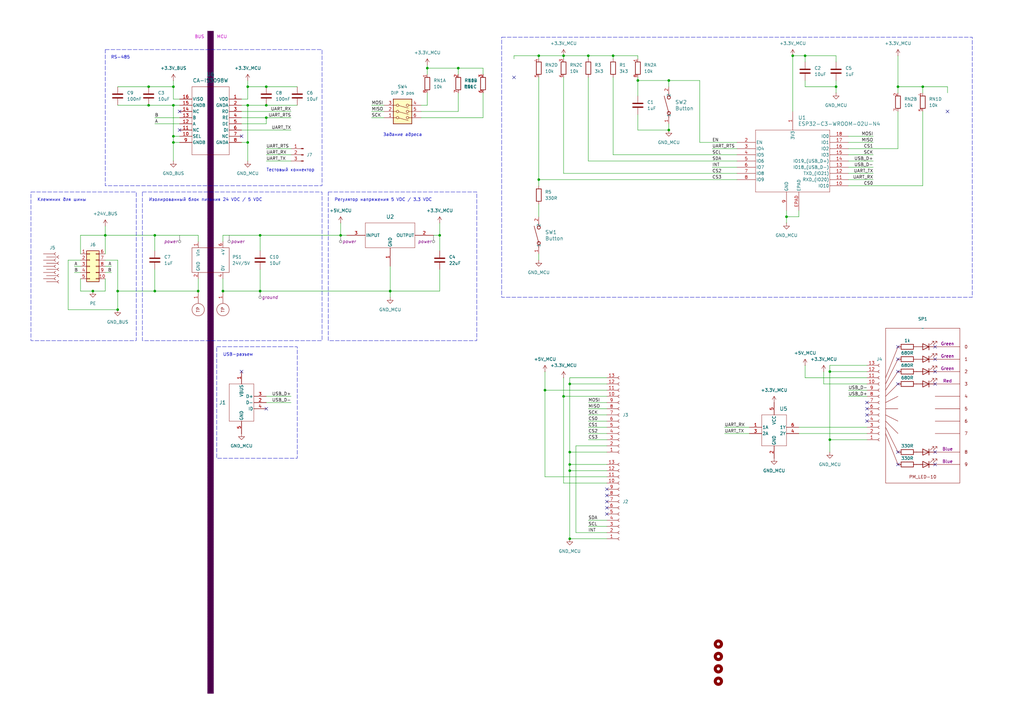
<source format=kicad_sch>
(kicad_sch (version 20250114) (generator "eeschema") (generator_version "9.0")
  (paper "A3")
  (title_block (title "${article} v${version}"))
  (rectangle (start 12.7 78.74) (end 55.88 139.7) (stroke (width 0) (type dash)))
  (rectangle (start 88.9 142.24) (end 121.92 187.96) (stroke (width 0) (type dash)))
  (rectangle (start 205.74 15.24) (end 398.78 121.92) (stroke (width 0) (type dash)))
  (rectangle (start 134.62 78.74) (end 195.58 139.7) (stroke (width 0) (type dash)))
  (rectangle (start 43.18 20.32) (end 132.08 76.2) (stroke (width 0) (type dash)))
  (rectangle (start 58.42 78.74) (end 132.08 139.7) (stroke (width 0) (type dash)))
  (rectangle (start 85.09 12.7) (end 87.63 284.48) (stroke (width 0) (type dot) (color 72 0 72 1)) (fill (type color) (color 72 0 72 1)))
  (text "USB-разъем" (at 91.44 144.78 0) (effects (font (size 1.27 1.27)) (justify left top)))
  (text "Задание адреса" (at 165.1 55.372 0) (effects (font (size 1.27 1.27))))
  (text "RS-485" (at 53.34 22.86 0) (effects (font (size 1.27 1.27)) (justify right top)))
  (text "Регулятор напряжения 5 VDC / 3.3 VDC" (at 137.16 81.28 0) (effects (font (size 1.27 1.27)) (justify left top)))
  (text "Изолированный блок питания 24 VDC / 5 VDC" (at 60.96 81.28 0) (effects (font (size 1.27 1.27)) (justify left top)))
  (text "Тестовый коннектор" (at 129.032 69.088 0) (effects (font (size 1.27 1.27)) (justify right top)))
  (text "MCU" (at 88.9 15.24 0) (effects (font (size 1.27 1.27)) (justify left)))
  (text "BUS" (at 83.82 15.24 0) (effects (font (size 1.27 1.27)) (justify right)))
  (text "Клеммник для шины" (at 15.24 81.28 0) (effects (font (size 1.27 1.27)) (justify left top)))
  (junction (at 342.9 35.56))
  (junction (at 322.58 88.9))
  (junction (at 231.14 22.86))
  (junction (at 233.68 157.48))
  (junction (at 106.68 96.52))
  (junction (at 340.36 152.4))
  (junction (at 368.3 35.56))
  (junction (at 109.22 43.18))
  (junction (at 233.68 190.5))
  (junction (at 378.46 35.56))
  (junction (at 60.96 43.18))
  (junction (at 274.32 33.02))
  (junction (at 261.62 33.02))
  (junction (at 187.96 27.94))
  (junction (at 330.2 22.86))
  (junction (at 160.02 119.38))
  (junction (at 220.98 73.66))
  (junction (at 101.6 43.18))
  (junction (at 251.46 22.86))
  (junction (at 81.28 119.38))
  (junction (at 109.22 48.26))
  (junction (at 233.68 220.98))
  (junction (at 106.68 119.38))
  (junction (at 71.12 55.88))
  (junction (at 71.12 43.18))
  (junction (at 60.96 35.56))
  (junction (at 101.6 35.56))
  (junction (at 91.44 119.38))
  (junction (at 231.14 162.56))
  (junction (at 71.12 35.56))
  (junction (at 223.52 160.02))
  (junction (at 43.18 96.52))
  (junction (at 175.26 27.94))
  (junction (at 340.36 180.34))
  (junction (at 48.26 119.38))
  (junction (at 274.32 53.34))
  (junction (at 233.68 193.04))
  (junction (at 139.7 96.52))
  (junction (at 241.3 22.86))
  (junction (at 325.12 22.86))
  (junction (at 63.5 119.38))
  (junction (at 63.5 96.52))
  (junction (at 233.68 185.42))
  (junction (at 220.98 22.86))
  (junction (at 71.12 58.42))
  (junction (at 38.1 119.38))
  (junction (at 48.26 127))
  (junction (at 109.22 35.56))
  (junction (at 180.34 96.52))
  (junction (at 101.6 58.42))
  (no_connect (at 368.3 190.5))
  (no_connect (at 248.92 208.28))
  (no_connect (at 368.3 147.32))
  (no_connect (at 388.62 45.72))
  (no_connect (at 368.3 152.4))
  (no_connect (at 368.3 157.48))
  (no_connect (at 248.92 203.2))
  (no_connect (at 248.92 210.82))
  (no_connect (at 383.54 147.32))
  (no_connect (at 383.54 185.42))
  (no_connect (at 383.54 152.4))
  (no_connect (at 383.54 157.48))
  (no_connect (at 368.3 142.24))
  (no_connect (at 99.06 152.4))
  (no_connect (at 368.3 185.42))
  (no_connect (at 383.54 142.24))
  (no_connect (at 355.6 170.18))
  (no_connect (at 383.54 190.5))
  (no_connect (at 355.6 167.64))
  (no_connect (at 210.82 31.75))
  (no_connect (at 73.66 45.72))
  (no_connect (at 355.6 172.72))
  (no_connect (at 99.06 55.88))
  (no_connect (at 248.92 205.74))
  (no_connect (at 73.66 53.34))
  (no_connect (at 248.92 200.66))
  (no_connect (at 355.6 165.1))
  (no_connect (at 109.22 167.64))
  (wire (pts (xy 231.14 162.56) (xy 248.92 162.56)))
  (wire (pts (xy 337.82 152.4) (xy 337.82 157.48)))
  (wire (pts (xy 340.36 152.4) (xy 355.6 152.4)))
  (wire (pts (xy 43.18 96.52) (xy 63.5 96.52)))
  (wire (pts (xy 43.18 119.38) (xy 43.18 114.3)))
  (wire (pts (xy 33.02 114.3) (xy 33.02 119.38)))
  (wire (pts (xy 322.58 88.9) (xy 322.58 91.44)))
  (wire (pts (xy 388.62 35.56) (xy 388.62 38.1)))
  (wire (pts (xy 43.18 111.76) (xy 45.72 111.76)))
  (wire (pts (xy 327.66 86.36) (xy 327.66 88.9)))
  (wire (pts (xy 261.62 22.86) (xy 261.62 24.13)))
  (wire (pts (xy 152.4 48.26) (xy 157.48 48.26)))
  (wire (pts (xy 101.6 43.18) (xy 109.22 43.18)))
  (wire (pts (xy 223.52 160.02) (xy 223.52 195.58)))
  (wire (pts (xy 241.3 172.72) (xy 248.92 172.72)))
  (wire (pts (xy 198.12 27.94) (xy 187.96 27.94)))
  (wire (pts (xy 160.02 119.38) (xy 160.02 109.22)))
  (wire (pts (xy 48.26 119.38) (xy 63.5 119.38)))
  (wire (pts (xy 109.22 48.26) (xy 119.38 48.26)))
  (wire (pts (xy 251.46 31.75) (xy 251.46 63.5)))
  (wire (pts (xy 106.68 96.52) (xy 139.7 96.52)))
  (wire (pts (xy 172.72 43.18) (xy 175.26 43.18)))
  (wire (pts (xy 71.12 40.64) (xy 71.12 35.56)))
  (wire (pts (xy 274.32 33.02) (xy 274.32 35.56)))
  (wire (pts (xy 327.66 177.8) (xy 355.6 177.8)))
  (wire (pts (xy 368.3 35.56) (xy 368.3 38.1)))
  (wire (pts (xy 261.62 33.02) (xy 261.62 39.37)))
  (wire (pts (xy 261.62 53.34) (xy 274.32 53.34)))
  (wire (pts (xy 347.98 76.2) (xy 378.46 76.2)))
  (wire (pts (xy 99.06 45.72) (xy 119.38 45.72)))
  (wire (pts (xy 330.2 33.02) (xy 330.2 35.56)))
  (wire (pts (xy 347.98 160.02) (xy 355.6 160.02)))
  (wire (pts (xy 347.98 71.12) (xy 358.14 71.12)))
  (wire (pts (xy 233.68 185.42) (xy 233.68 190.5)))
  (wire (pts (xy 327.66 175.26) (xy 355.6 175.26)))
  (wire (pts (xy 368.3 45.72) (xy 368.3 60.96)))
  (wire (pts (xy 330.2 149.86) (xy 330.2 154.94)))
  (wire (pts (xy 241.3 31.75) (xy 241.3 66.04)))
  (wire (pts (xy 231.14 198.12) (xy 248.92 198.12)))
  (wire (pts (xy 101.6 40.64) (xy 99.06 40.64)))
  (wire (pts (xy 63.5 110.49) (xy 63.5 119.38)))
  (wire (pts (xy 340.36 149.86) (xy 340.36 152.4)))
  (wire (pts (xy 109.22 60.96) (xy 119.38 60.96)))
  (wire (pts (xy 73.66 43.18) (xy 71.12 43.18)))
  (wire (pts (xy 187.96 27.94) (xy 175.26 27.94)))
  (wire (pts (xy 109.22 63.5) (xy 119.38 63.5)))
  (wire (pts (xy 241.3 170.18) (xy 248.92 170.18)))
  (wire (pts (xy 99.06 53.34) (xy 119.38 53.34)))
  (wire (pts (xy 63.5 102.87) (xy 63.5 96.52)))
  (wire (pts (xy 106.68 110.49) (xy 106.68 119.38)))
  (wire (pts (xy 220.98 83.82) (xy 220.98 88.9)))
  (wire (pts (xy 81.28 114.3) (xy 81.28 119.38)))
  (wire (pts (xy 109.22 66.04) (xy 119.38 66.04)))
  (wire (pts (xy 220.98 22.86) (xy 231.14 22.86)))
  (wire (pts (xy 210.82 24.13) (xy 210.82 22.86)))
  (wire (pts (xy 91.44 119.38) (xy 106.68 119.38)))
  (wire (pts (xy 101.6 35.56) (xy 109.22 35.56)))
  (wire (pts (xy 261.62 31.75) (xy 261.62 33.02)))
  (wire (pts (xy 248.92 185.42) (xy 233.68 185.42)))
  (wire (pts (xy 30.48 109.22) (xy 33.02 109.22)))
  (wire (pts (xy 48.26 35.56) (xy 60.96 35.56)))
  (wire (pts (xy 220.98 24.13) (xy 220.98 22.86)))
  (wire (pts (xy 251.46 63.5) (xy 302.26 63.5)))
  (wire (pts (xy 109.22 165.1) (xy 119.38 165.1)))
  (wire (pts (xy 71.12 40.64) (xy 73.66 40.64)))
  (wire (pts (xy 241.3 175.26) (xy 248.92 175.26)))
  (wire (pts (xy 231.14 22.86) (xy 241.3 22.86)))
  (wire (pts (xy 109.22 162.56) (xy 119.38 162.56)))
  (wire (pts (xy 91.44 99.06) (xy 91.44 96.52)))
  (wire (pts (xy 325.12 22.86) (xy 325.12 45.72)))
  (wire (pts (xy 160.02 121.92) (xy 160.02 119.38)))
  (wire (pts (xy 330.2 35.56) (xy 342.9 35.56)))
  (wire (pts (xy 101.6 33.02) (xy 101.6 35.56)))
  (wire (pts (xy 274.32 33.02) (xy 287.02 33.02)))
  (wire (pts (xy 63.5 50.8) (xy 73.66 50.8)))
  (wire (pts (xy 220.98 104.14) (xy 220.98 106.68)))
  (wire (pts (xy 220.98 73.66) (xy 220.98 31.75)))
  (wire (pts (xy 233.68 193.04) (xy 248.92 193.04)))
  (wire (pts (xy 223.52 152.4) (xy 223.52 160.02)))
  (wire (pts (xy 231.14 31.75) (xy 231.14 71.12)))
  (wire (pts (xy 71.12 58.42) (xy 73.66 58.42)))
  (wire (pts (xy 48.26 106.68) (xy 48.26 119.38)))
  (wire (pts (xy 109.22 43.18) (xy 121.92 43.18)))
  (wire (pts (xy 27.94 106.68) (xy 27.94 127)))
  (wire (pts (xy 180.34 96.52) (xy 180.34 102.87)))
  (wire (pts (xy 63.5 119.38) (xy 81.28 119.38)))
  (wire (pts (xy 33.02 119.38) (xy 38.1 119.38)))
  (wire (pts (xy 99.06 50.8) (xy 109.22 50.8)))
  (wire (pts (xy 322.58 86.36) (xy 322.58 88.9)))
  (wire (pts (xy 325.12 22.86) (xy 330.2 22.86)))
  (wire (pts (xy 342.9 22.86) (xy 342.9 25.4)))
  (wire (pts (xy 91.44 96.52) (xy 106.68 96.52)))
  (wire (pts (xy 106.68 119.38) (xy 160.02 119.38)))
  (wire (pts (xy 355.6 180.34) (xy 340.36 180.34)))
  (wire (pts (xy 48.26 43.18) (xy 60.96 43.18)))
  (wire (pts (xy 223.52 160.02) (xy 248.92 160.02)))
  (wire (pts (xy 180.34 119.38) (xy 160.02 119.38)))
  (wire (pts (xy 101.6 43.18) (xy 101.6 58.42)))
  (wire (pts (xy 43.18 104.14) (xy 43.18 96.52)))
  (wire (pts (xy 99.06 43.18) (xy 101.6 43.18)))
  (wire (pts (xy 43.18 92.71) (xy 43.18 96.52)))
  (wire (pts (xy 198.12 48.26) (xy 198.12 38.1)))
  (wire (pts (xy 347.98 55.88) (xy 358.14 55.88)))
  (wire (pts (xy 330.2 22.86) (xy 342.9 22.86)))
  (wire (pts (xy 220.98 73.66) (xy 220.98 76.2)))
  (wire (pts (xy 274.32 50.8) (xy 274.32 53.34)))
  (wire (pts (xy 71.12 55.88) (xy 71.12 58.42)))
  (wire (pts (xy 241.3 180.34) (xy 248.92 180.34)))
  (wire (pts (xy 378.46 35.56) (xy 388.62 35.56)))
  (wire (pts (xy 175.26 38.1) (xy 175.26 43.18)))
  (wire (pts (xy 342.9 35.56) (xy 342.9 38.1)))
  (wire (pts (xy 322.58 88.9) (xy 327.66 88.9)))
  (wire (pts (xy 330.2 154.94) (xy 355.6 154.94)))
  (wire (pts (xy 33.02 104.14) (xy 33.02 96.52)))
  (wire (pts (xy 287.02 33.02) (xy 287.02 58.42)))
  (wire (pts (xy 101.6 58.42) (xy 99.06 58.42)))
  (wire (pts (xy 71.12 43.18) (xy 71.12 55.88)))
  (wire (pts (xy 180.34 96.52) (xy 180.34 91.44)))
  (wire (pts (xy 241.3 66.04) (xy 302.26 66.04)))
  (wire (pts (xy 347.98 63.5) (xy 358.14 63.5)))
  (wire (pts (xy 231.14 71.12) (xy 302.26 71.12)))
  (wire (pts (xy 251.46 22.86) (xy 261.62 22.86)))
  (wire (pts (xy 241.3 22.86) (xy 241.3 24.13)))
  (wire (pts (xy 152.4 43.18) (xy 157.48 43.18)))
  (wire (pts (xy 233.68 190.5) (xy 233.68 193.04)))
  (wire (pts (xy 101.6 58.42) (xy 101.6 66.04)))
  (wire (pts (xy 241.3 177.8) (xy 248.92 177.8)))
  (wire (pts (xy 63.5 48.26) (xy 73.66 48.26)))
  (wire (pts (xy 233.68 154.94) (xy 233.68 157.48)))
  (wire (pts (xy 236.22 182.88) (xy 236.22 218.44)))
  (wire (pts (xy 60.96 35.56) (xy 71.12 35.56)))
  (wire (pts (xy 297.18 175.26) (xy 307.34 175.26)))
  (wire (pts (xy 233.68 193.04) (xy 233.68 220.98)))
  (wire (pts (xy 33.02 106.68) (xy 27.94 106.68)))
  (wire (pts (xy 368.3 35.56) (xy 378.46 35.56)))
  (wire (pts (xy 251.46 22.86) (xy 251.46 24.13)))
  (wire (pts (xy 236.22 218.44) (xy 248.92 218.44)))
  (wire (pts (xy 231.14 162.56) (xy 231.14 198.12)))
  (wire (pts (xy 152.4 45.72) (xy 157.48 45.72)))
  (wire (pts (xy 347.98 73.66) (xy 358.14 73.66)))
  (wire (pts (xy 106.68 102.87) (xy 106.68 96.52)))
  (wire (pts (xy 368.3 22.86) (xy 368.3 35.56)))
  (wire (pts (xy 175.26 26.67) (xy 175.26 27.94)))
  (wire (pts (xy 180.34 110.49) (xy 180.34 119.38)))
  (wire (pts (xy 139.7 96.52) (xy 142.24 96.52)))
  (wire (pts (xy 231.14 154.94) (xy 231.14 162.56)))
  (wire (pts (xy 241.3 213.36) (xy 248.92 213.36)))
  (wire (pts (xy 261.62 33.02) (xy 274.32 33.02)))
  (wire (pts (xy 33.02 96.52) (xy 43.18 96.52)))
  (wire (pts (xy 337.82 157.48) (xy 355.6 157.48)))
  (wire (pts (xy 248.92 157.48) (xy 233.68 157.48)))
  (wire (pts (xy 231.14 22.86) (xy 231.14 24.13)))
  (wire (pts (xy 43.18 106.68) (xy 48.26 106.68)))
  (wire (pts (xy 99.06 48.26) (xy 109.22 48.26)))
  (wire (pts (xy 233.68 190.5) (xy 248.92 190.5)))
  (wire (pts (xy 248.92 154.94) (xy 233.68 154.94)))
  (wire (pts (xy 233.68 157.48) (xy 233.68 185.42)))
  (wire (pts (xy 248.92 182.88) (xy 236.22 182.88)))
  (wire (pts (xy 38.1 119.38) (xy 43.18 119.38)))
  (wire (pts (xy 340.36 152.4) (xy 340.36 180.34)))
  (wire (pts (xy 175.26 27.94) (xy 175.26 30.48)))
  (wire (pts (xy 340.36 180.34) (xy 340.36 185.42)))
  (wire (pts (xy 101.6 35.56) (xy 101.6 40.64)))
  (wire (pts (xy 347.98 60.96) (xy 368.3 60.96)))
  (wire (pts (xy 347.98 66.04) (xy 358.14 66.04)))
  (wire (pts (xy 210.82 22.86) (xy 220.98 22.86)))
  (wire (pts (xy 172.72 48.26) (xy 198.12 48.26)))
  (wire (pts (xy 91.44 114.3) (xy 91.44 119.38)))
  (wire (pts (xy 187.96 27.94) (xy 187.96 30.48)))
  (wire (pts (xy 81.28 99.06) (xy 81.28 96.52)))
  (wire (pts (xy 63.5 96.52) (xy 81.28 96.52)))
  (wire (pts (xy 378.46 38.1) (xy 378.46 35.56)))
  (wire (pts (xy 297.18 177.8) (xy 307.34 177.8)))
  (wire (pts (xy 241.3 167.64) (xy 248.92 167.64)))
  (wire (pts (xy 241.3 165.1) (xy 248.92 165.1)))
  (wire (pts (xy 43.18 109.22) (xy 45.72 109.22)))
  (wire (pts (xy 347.98 162.56) (xy 355.6 162.56)))
  (wire (pts (xy 177.8 96.52) (xy 180.34 96.52)))
  (wire (pts (xy 71.12 33.02) (xy 71.12 35.56)))
  (wire (pts (xy 347.98 68.58) (xy 358.14 68.58)))
  (wire (pts (xy 27.94 127) (xy 48.26 127)))
  (wire (pts (xy 340.36 149.86) (xy 355.6 149.86)))
  (wire (pts (xy 330.2 25.4) (xy 330.2 22.86)))
  (wire (pts (xy 241.3 22.86) (xy 251.46 22.86)))
  (wire (pts (xy 233.68 220.98) (xy 248.92 220.98)))
  (wire (pts (xy 139.7 91.44) (xy 139.7 96.52)))
  (wire (pts (xy 198.12 30.48) (xy 198.12 27.94)))
  (wire (pts (xy 378.46 45.72) (xy 378.46 76.2)))
  (wire (pts (xy 172.72 45.72) (xy 187.96 45.72)))
  (wire (pts (xy 292.1 60.96) (xy 302.26 60.96)))
  (wire (pts (xy 347.98 58.42) (xy 358.14 58.42)))
  (wire (pts (xy 261.62 46.99) (xy 261.62 53.34)))
  (wire (pts (xy 109.22 48.26) (xy 109.22 50.8)))
  (wire (pts (xy 187.96 45.72) (xy 187.96 38.1)))
  (wire (pts (xy 109.22 35.56) (xy 121.92 35.56)))
  (wire (pts (xy 60.96 43.18) (xy 71.12 43.18)))
  (wire (pts (xy 30.48 111.76) (xy 33.02 111.76)))
  (wire (pts (xy 223.52 195.58) (xy 248.92 195.58)))
  (wire (pts (xy 241.3 215.9) (xy 248.92 215.9)))
  (wire (pts (xy 287.02 58.42) (xy 302.26 58.42)))
  (wire (pts (xy 48.26 119.38) (xy 48.26 127)))
  (wire (pts (xy 71.12 55.88) (xy 73.66 55.88)))
  (wire (pts (xy 220.98 73.66) (xy 302.26 73.66)))
  (wire (pts (xy 292.1 68.58) (xy 302.26 68.58)))
  (wire (pts (xy 342.9 33.02) (xy 342.9 35.56)))
  (wire (pts (xy 71.12 58.42) (xy 71.12 66.04)))
  (label "SDA" (at 241.3 213.36 0))
  (label "UART_TX" (at 109.22 66.04 0))
  (label "USB_D+" (at 119.38 162.56 180))
  (label "CS2" (at 292.1 71.12 0))
  (label "USB_D-" (at 119.38 165.1 180))
  (label "A" (at 45.72 109.22 180))
  (label "CS0" (at 358.14 76.2 180))
  (label "CS1" (at 358.14 60.96 180))
  (label "SCK" (at 152.4 48.26 0))
  (label "CS1" (at 241.3 175.26 0))
  (label "CS2" (at 241.3 177.8 0))
  (label "MISO" (at 152.4 45.72 0))
  (label "SCK" (at 358.14 63.5 180))
  (label "MOSI" (at 241.3 165.1 0))
  (label "B" (at 63.5 48.26 0))
  (label "SCL" (at 241.3 215.9 0))
  (label "CS0" (at 241.3 172.72 0))
  (label "A" (at 63.5 50.8 0))
  (label "UART_RTS" (at 119.38 48.26 180))
  (label "SCK" (at 241.3 170.18 0))
  (label "UART_RTS" (at 109.22 60.96 0))
  (label "USB_D+" (at 347.98 162.56 0))
  (label "UART_TX" (at 119.38 53.34 180))
  (label "UART_RX" (at 119.38 45.72 180))
  (label "INT" (at 241.3 218.44 0))
  (label "A" (at 30.48 109.22 0))
  (label "USB_D-" (at 358.14 68.58 180))
  (label "SCL" (at 292.1 63.5 0))
  (label "USB_D+" (at 358.14 66.04 180))
  (label "MISO" (at 241.3 167.64 0))
  (label "CS3" (at 241.3 180.34 0))
  (label "MISO" (at 358.14 58.42 180))
  (label "SDA" (at 292.1 66.04 0))
  (label "UART_TX" (at 297.18 177.8 0))
  (label "UART_RX" (at 358.14 73.66 180))
  (label "CS3" (at 292.1 73.66 0))
  (label "EN" (at 292.1 58.42 0))
  (label "B" (at 30.48 111.76 0))
  (label "MOSI" (at 152.4 43.18 0))
  (label "UART_RX" (at 297.18 175.26 0))
  (label "MOSI" (at 358.14 55.88 180))
  (label "B" (at 45.72 111.76 180))
  (label "UART_TX" (at 358.14 71.12 180))
  (label "INT" (at 292.1 68.58 0))
  (label "USB_D-" (at 347.98 160.02 0))
  (label "UART_RX" (at 109.22 63.5 0))
  (label "UART_RTS" (at 292.1 60.96 0))
  (netclass_flag "" (length 2.54) (shape round) (at 177.8 96.52 180) (property "Netclass" "power" (at 177.1015 99.06 0) (effects (font (italic yes)) (justify right))))
  (netclass_flag "" (length 2.54) (shape round) (at 73.66 96.52 180) (property "Netclass" "power" (at 72.9615 99.06 0) (effects (font (italic yes)) (justify right))))
  (netclass_flag "" (length 2.54) (shape round) (at 93.98 96.52 180) (property "Netclass" "power" (at 94.6785 99.06 0) (effects (font (italic yes)) (justify left))))
  (netclass_flag "" (length 2.54) (shape round) (at 106.68 119.38 180) (property "Netclass" "ground" (at 107.3785 121.92 0) (effects (font (italic yes)) (justify left))))
  (netclass_flag "" (length 2.54) (shape round) (at 139.7 96.52 180) (property "Netclass" "power" (at 140.3985 99.06 0) (effects (font (italic yes)) (justify left))))
  (symbol (lib_id "kicad_inventree_lib:DA-03BLP") (at 165.1 45.72 0) (mirror x) (unit 1)
    (property "Reference" "SW4" (at 165.1 35.56 0))
    (property "Value" "DIP 3 pos" (at 165.1 38.1 0))
    (property "Footprint" "kicad_inventree_lib:DA03BLP" (effects (hide yes)))
    (property "Datasheet" "http://inventree.network/part/175/" (effects (hide yes)))
    (property "Description" "3 positions SPST 24V Blue 25mA 3000 Times Flat Toggle, Raised Style Plugin DIP Switches" (effects (hide yes)))
    (property "part_ipn" "DA-03BLP" (effects (hide yes)))
  )
  (symbol (lib_id "kicad_inventree_lib: C_1uF_16V_0603_MLCC-X7R ") (at 342.9 29.21 0) (unit 1)
    (property "Reference" "C5" (at 346.71 27.9399 0) (effects (justify left)))
    (property "Value" "1uF" (at 346.71 30.4799 0) (effects (justify left)))
    (property "Footprint" "Capacitor_SMD:C_0603_1608Metric" (effects (hide yes)))
    (property "Datasheet" "http://inventree.network/part/227/" (effects (hide yes)))
    (property "Description" "Unpolarized capacitor" (effects (hide yes)))
    (property "part_ipn" " C_1uF_16V_0603_MLCC-X7R " (effects (hide yes)))
  )
  (symbol (lib_id "kicad_inventree_lib:TS-1088-AR02016") (at 274.32 50.8 90) (unit 1)
    (property "Reference" "SW2" (at 276.86 41.9099 90) (effects (font (size 1.524 1.524)) (justify right)))
    (property "Value" "Button" (at 276.86 44.4499 90) (effects (font (size 1.524 1.524)) (justify right)))
    (property "Footprint" "kicad_inventree_lib:SW_TS-1088_XNP-M" (effects (hide yes)))
    (property "Datasheet" "http://inventree.network/part/139/" (effects (hide yes)))
    (property "part_ipn" "TS-1088-AR02016 " (effects (hide yes)))
  )
  (symbol (lib_id "power:+3.3V") (at 317.5 165.1 0) (unit 1)
    (property "Reference" "#PWR029" (effects (hide yes)))
    (property "Value" "+3.3V_MCU" (at 317.5 160.02 0))
    (property "Description" "Power symbol creates a global label with name \"+3.3V\"" (effects (hide yes)))
  )
  (symbol (lib_id "kicad_inventree_lib:15EDGKNH-3.5-10P") (at 22.86 109.22 0) (unit 1) (on_board no)
    (property "Reference" "J5" (at 20.32 101.6 0) (effects (justify left)))
    (property "Value" "15EDGKNH-3.5-10P" (effects (hide yes)))
    (property "Datasheet" "http://inventree.network/part/257/" (effects (hide yes)))
    (property "Description" "Generic connector, single row, 01x05, script generated" (effects (hide yes)))
    (property "part_ipn" "15EDGKNH-3.5-10P" (effects (hide yes)))
  )
  (symbol (lib_id "kicad_inventree_lib:R_3k3_0603_1%") (at 251.46 27.94 0) (unit 1)
    (property "Reference" "R1" (at 254 26.6699 0) (effects (justify left)))
    (property "Value" "3k3" (at 254 29.2099 0) (effects (justify left)))
    (property "Footprint" "Resistor_SMD:R_0603_1608Metric" (effects (hide yes)))
    (property "Datasheet" "http://inventree.network/part/234/" (effects (hide yes)))
    (property "Description" "Resistor" (effects (hide yes)))
    (property "part_ipn" "R_3k3_0603_1%" (effects (hide yes)))
  )
  (symbol (lib_id "kicad_inventree_lib:PM_LED-10-v0.0.1") (at 378.46 134.62 0) (unit 1) (on_board no)
    (property "Reference" "SP1" (at 378.46 130.81 0))
    (property "Value" "~" (at 378.46 134.62 0))
    (property "Footprint" "kicad_inventree_lib:PM_LED-xx-v0.0.1" (effects (hide yes)))
    (property "part_ipn" "PM_LED-10-v0.0.1" (effects (hide yes)))
  )
  (symbol (lib_id "kicad_inventree_lib:R_10k_0603x4_1%") (at 198.12 34.29 180) (unit 3)
    (property "Reference" "RN1" (at 195.58 35.5601 0) (effects (justify left)))
    (property "Value" "10k" (at 195.58 33.0201 0) (effects (justify left)))
    (property "Footprint" "Resistor_SMD:R_Array_Convex_4x0603" (effects (hide yes)))
    (property "Datasheet" "http://inventree.network/part/233/" (effects (hide yes)))
    (property "Description" "4 resistor network, parallel topology, split" (effects (hide yes)))
    (property "part_ipn" "R_10k_0603x4_1%" (effects (hide yes)))
  )
  (symbol (lib_id "power:+3.3V") (at 175.26 26.67 0) (unit 1)
    (property "Reference" "#PWR012" (effects (hide yes)))
    (property "Value" "+3.3V_MCU" (at 175.26 21.59 0))
    (property "Description" "Power symbol creates a global label with name \"+3.3V\"" (effects (hide yes)))
  )
  (symbol (lib_id "kicad_inventree_lib:AFA07-S12FCC-00") (at 360.68 170.18 0) (mirror x) (unit 1)
    (property "Reference" "J4" (at 360.68 147.32 0))
    (property "Value" "AFA07-S12FCC-00" (effects (hide yes)))
    (property "Footprint" "kicad_inventree_lib:CONN10_AFA07-S12_JUS" (effects (hide yes)))
    (property "Description" "Generic connector, single row, 01x10, script generated" (effects (hide yes)))
    (property "part_ipn" "AFA07-S12FCC-00" (effects (hide yes)))
  )
  (symbol (lib_id "kicad_inventree_lib:C_22uF_16V_0805_MLCC-X5R") (at 180.34 106.68 0) (unit 1)
    (property "Reference" "C4" (at 184.15 105.4099 0) (effects (justify left)))
    (property "Value" "22uF" (at 184.15 107.9499 0) (effects (justify left)))
    (property "Footprint" "Capacitor_SMD:C_0805_2012Metric" (effects (hide yes)))
    (property "Datasheet" "http://inventree.network/part/287/" (effects (hide yes)))
    (property "Description" "Unpolarized capacitor" (effects (hide yes)))
    (property "part_ipn" "C_22uF_16V_0805_MLCC-X5R" (effects (hide yes)))
  )
  (symbol (lib_id "power:GND") (at 342.9 38.1 0) (unit 1)
    (property "Reference" "#PWR010" (effects (hide yes)))
    (property "Value" "GND_MCU" (at 342.9 43.18 0))
    (property "Description" "Power symbol creates a global label with name \"GND\" , ground" (effects (hide yes)))
  )
  (symbol (lib_id "kicad_inventree_lib:XL-1606SYGC") (at 379.73 142.24 180) (unit 1) (on_board no)
    (property "Reference" "D3" (effects (hide yes)))
    (property "Value" "XL-1606SYGC" (effects (hide yes)))
    (property "Footprint" "kicad_inventree_lib:XL-1606" (effects (hide yes)))
    (property "Datasheet" "http://inventree.network/part/278/" (effects (hide yes)))
    (property "Description" "Green" (at 388.62 140.97 0))
    (property "part_ipn" "XL-1606SYGC" (effects (hide yes)))
  )
  (symbol (lib_id "power:GND") (at 38.1 119.38 0) (mirror y) (unit 1)
    (property "Reference" "#PWR017" (effects (hide yes)))
    (property "Value" "PE" (at 38.1 124.46 0))
    (property "Description" "Power symbol creates a global label with name \"GND\" , ground" (effects (hide yes)))
  )
  (symbol (lib_id "power:+5V") (at 223.52 152.4 0) (unit 1)
    (property "Reference" "#PWR03" (effects (hide yes)))
    (property "Value" "+5V_MCU" (at 223.52 147.32 0))
    (property "Description" "Power symbol creates a global label with name \"+5V\"" (effects (hide yes)))
  )
  (symbol (lib_id "kicad_inventree_lib:B2405LS-1WR3") (at 86.36 101.6 0) (unit 1)
    (property "Reference" "PS1" (at 95.25 105.4099 0) (effects (justify left)))
    (property "Value" "24V/5V" (at 95.25 107.9499 0) (effects (justify left)))
    (property "Footprint" "kicad_inventree_lib:B2405LS-1WR3" (effects (hide yes)))
    (property "Datasheet" "http://inventree.network/part/220/" (effects (hide yes)))
    (property "part_ipn" "B2405LS-1WR3" (effects (hide yes)))
  )
  (symbol (lib_id "kicad_inventree_lib:R_10k_0603x4_1%") (at 368.3 41.91 180) (unit 2)
    (property "Reference" "RN2" (at 370.84 40.6399 0) (effects (justify right)))
    (property "Value" "10k" (at 370.84 43.1799 0) (effects (justify right)))
    (property "Footprint" "Resistor_SMD:R_Array_Convex_4x0603" (effects (hide yes)))
    (property "Datasheet" "http://inventree.network/part/233/" (effects (hide yes)))
    (property "Description" "4 resistor network, parallel topology, split" (effects (hide yes)))
    (property "part_ipn" "R_10k_0603x4_1%" (effects (hide yes)))
  )
  (symbol (lib_id "power:GND") (at 101.6 66.04 0) (mirror y) (unit 1)
    (property "Reference" "#PWR027" (effects (hide yes)))
    (property "Value" "GND_MCU" (at 101.6 71.12 0))
    (property "Description" "Power symbol creates a global label with name \"GND\" , ground" (effects (hide yes)))
  )
  (symbol (lib_id "power:+5V") (at 330.2 149.86 0) (unit 1)
    (property "Reference" "#PWR18" (effects (hide yes)))
    (property "Value" "+5V_MCU" (at 330.2 144.78 0))
    (property "Description" "Power symbol creates a global label with name \"+5V\"" (effects (hide yes)))
  )
  (symbol (lib_id "kicad_inventree_lib:XL-1606SURC") (at 379.73 157.48 180) (unit 1) (on_board no)
    (property "Reference" "D6" (effects (hide yes)))
    (property "Value" "XL-1606SURC" (effects (hide yes)))
    (property "Footprint" "kicad_inventree_lib:XL-1606" (effects (hide yes)))
    (property "Datasheet" "http://inventree.network/part/279/" (effects (hide yes)))
    (property "Description" "Red" (at 388.62 156.21 0))
    (property "part_ipn" "XL-1606SURC" (effects (hide yes)))
  )
  (symbol (lib_id "kicad_inventree_lib:MountingHole_M2") (at 294.64 274.32 0) (unit 1) (exclude_from_sim yes) (in_bom no)
    (property "Reference" "H3" (effects (hide yes)))
    (property "Value" "MountingHole_M2" (effects (hide yes)))
    (property "Footprint" "kicad_inventree_lib:MountingHole_M2" (effects (hide yes)))
    (property "Description" "Mounting Hole without connection" (effects (hide yes)))
  )
  (symbol (lib_id "kicad_inventree_lib:15EDGRHC-THR-3.5-10P") (at 38.1 111.76 0) (unit 1)
    (property "Reference" "J6" (at 38.1 100.33 0))
    (property "Value" "15EDGRHC-THR-3.5-10P" (effects (hide yes)))
    (property "Footprint" "kicad_inventree_lib:15EDGRHC-THR-3.5-10P" (effects (hide yes)))
    (property "Datasheet" "http://inventree.network/part/232/" (effects (hide yes)))
    (property "Description" "Generic connector, double row, 02x05, odd/even pin numbering scheme (row 1 odd numbers, row 2 even numbers), script generated (kicad-library-utils/schlib/autogen/connector/)" (effects (hide yes)))
    (property "part_ipn" "15EDGRHC-THR-3.5-10P" (effects (hide yes)))
  )
  (symbol (lib_id "kicad_inventree_lib:MountingHole_M2") (at 294.64 279.4 0) (unit 1) (exclude_from_sim yes) (in_bom no)
    (property "Reference" "H4" (effects (hide yes)))
    (property "Value" "MountingHole_M2" (effects (hide yes)))
    (property "Footprint" "kicad_inventree_lib:MountingHole_M2" (effects (hide yes)))
    (property "Description" "Mounting Hole without connection" (effects (hide yes)))
  )
  (symbol (lib_id "kicad_inventree_lib:TS-1088-AR02016") (at 220.98 104.14 90) (unit 1)
    (property "Reference" "SW1" (at 223.52 95.2499 90) (effects (font (size 1.524 1.524)) (justify right)))
    (property "Value" "Button" (at 223.52 97.7899 90) (effects (font (size 1.524 1.524)) (justify right)))
    (property "Footprint" "kicad_inventree_lib:SW_TS-1088_XNP-M" (effects (hide yes)))
    (property "Datasheet" "http://inventree.network/part/139/" (effects (hide yes)))
    (property "part_ipn" "TS-1088-AR02016 " (effects (hide yes)))
  )
  (symbol (lib_id "power:GND") (at 274.32 53.34 0) (unit 1)
    (property "Reference" "#PWR09" (effects (hide yes)))
    (property "Value" "GND_MCU" (at 274.32 58.42 0))
    (property "Description" "Power symbol creates a global label with name \"GND\" , ground" (effects (hide yes)))
  )
  (symbol (lib_id "kicad_inventree_lib:XL-1606UBC") (at 379.73 185.42 180) (unit 1) (on_board no)
    (property "Reference" "D4" (effects (hide yes)))
    (property "Value" "XL-1606UBC" (effects (hide yes)))
    (property "Footprint" "kicad_inventree_lib:XL-1606" (effects (hide yes)))
    (property "Datasheet" "http://inventree.network/part/277/" (effects (hide yes)))
    (property "Description" "Blue" (at 388.62 184.15 0))
    (property "part_ipn" "XL-1606UBC" (effects (hide yes)))
  )
  (symbol (lib_id "kicad_inventree_lib:C_10uF_16V_0805_MLCC-X7R") (at 121.92 39.37 0) (unit 1)
    (property "Reference" "C6" (at 125.73 38.0999 0) (effects (justify left)))
    (property "Value" "10uF" (at 125.73 40.6399 0) (effects (justify left)))
    (property "Footprint" "Capacitor_SMD:C_0805_2012Metric" (effects (hide yes)))
    (property "Datasheet" "http://inventree.network/part/271/" (effects (hide yes)))
    (property "Description" "Unpolarized capacitor" (effects (hide yes)))
    (property "part_ipn" "C_10uF_16V_0805_MLCC-X7R" (effects (hide yes)))
  )
  (symbol (lib_id "power:+3.3V") (at 231.14 154.94 0) (unit 1)
    (property "Reference" "#PWR04" (effects (hide yes)))
    (property "Value" "+3.3V_MCU" (at 231.14 149.86 0))
    (property "Description" "Power symbol creates a global label with name \"+3.3V\"" (effects (hide yes)))
  )
  (symbol (lib_id "kicad_inventree_lib:R_10k_0603x4_1%") (at 231.14 27.94 180) (unit 3)
    (property "Reference" "RN2" (at 233.68 26.6699 0) (effects (justify right)))
    (property "Value" "10k" (at 233.68 29.2099 0) (effects (justify right)))
    (property "Footprint" "Resistor_SMD:R_Array_Convex_4x0603" (effects (hide yes)))
    (property "Datasheet" "http://inventree.network/part/233/" (effects (hide yes)))
    (property "Description" "4 resistor network, parallel topology, split" (effects (hide yes)))
    (property "part_ipn" "R_10k_0603x4_1%" (effects (hide yes)))
  )
  (symbol (lib_id "kicad_inventree_lib:XKG_U254-051T-4BH83-S1S") (at 99.06 157.48 0) (mirror y) (unit 1)
    (property "Reference" "J1" (at 92.71 165.0999 0) (effects (font (size 1.524 1.524)) (justify left)))
    (property "Value" "U254-051T-4BH83-S1S" (effects (hide yes)))
    (property "Footprint" "kicad_inventree_lib:CONN5_H83-S1S_XKB" (effects (hide yes)))
    (property "Datasheet" "http://inventree.network/part/136/" (effects (hide yes)))
    (property "part_ipn" "U254-051T-4BH83-S1S " (effects (hide yes)))
  )
  (symbol (lib_id "kicad_inventree_lib:CA-IS3098W") (at 86.36 35.56 0) (mirror y) (unit 1)
    (property "Reference" "U6" (at 86.36 30.48 0) (effects (font (size 1.524 1.524))))
    (property "Value" "CA-IS3098W" (at 86.36 33.02 0) (effects (font (size 1.524 1.524))))
    (property "Footprint" "kicad_inventree_lib:SOIC16-WBW_CLG" (effects (hide yes)))
    (property "Datasheet" "http://inventree.network/part/218/" (effects (hide yes)))
    (property "part_ipn" "CA-IS3098W" (effects (hide yes)))
  )
  (symbol (lib_id "kicad_inventree_lib:C_1uF_50V_0603_MLCC-X7R") (at 63.5 106.68 0) (unit 1)
    (property "Reference" "C7" (at 67.31 105.4099 0) (effects (justify left)))
    (property "Value" "1uF" (at 67.31 107.9499 0) (effects (justify left)))
    (property "Footprint" "Capacitor_SMD:C_0603_1608Metric" (effects (hide yes)))
    (property "Description" "Unpolarized capacitor" (effects (hide yes)))
    (property "part_ipn" "C_1uF_50V_0603_MLCC-X7R" (effects (hide yes)))
  )
  (symbol (lib_id "kicad_inventree_lib:C_10uF_16V_0805_MLCC-X7R") (at 106.68 106.68 0) (unit 1)
    (property "Reference" "C10" (at 110.49 105.4099 0) (effects (justify left)))
    (property "Value" "10uF" (at 110.49 107.9499 0) (effects (justify left)))
    (property "Footprint" "Capacitor_SMD:C_0805_2012Metric" (effects (hide yes)))
    (property "Datasheet" "http://inventree.network/part/271/" (effects (hide yes)))
    (property "Description" "Unpolarized capacitor" (effects (hide yes)))
    (property "part_ipn" "C_10uF_16V_0805_MLCC-X7R" (effects (hide yes)))
  )
  (symbol (lib_id "kicad_inventree_lib:SN74LVC2G14DBVR") (at 317.5 170.18 0) (unit 1)
    (property "Reference" "U5" (at 319.6941 167.64 0) (effects (font (size 1.524 1.524)) (justify left)))
    (property "Value" "SN74LVC2G14DBVR" (effects (hide yes)))
    (property "Footprint" "kicad_inventree_lib:DBV6-M" (effects (hide yes)))
    (property "Datasheet" "http://inventree.network/part/216/" (effects (hide yes)))
    (property "part_ipn" "SN74LVC2G14DBVR" (effects (hide yes)))
  )
  (symbol (lib_id "power:+3.3V") (at 325.12 22.86 0) (unit 1)
    (property "Reference" "#PWR014" (effects (hide yes)))
    (property "Value" "+3.3V_MCU" (at 325.12 17.78 0))
    (property "Description" "Power symbol creates a global label with name \"+3.3V\"" (effects (hide yes)))
  )
  (symbol (lib_id "power:GND") (at 160.02 121.92 0) (mirror y) (unit 1)
    (property "Reference" "#PWR05" (effects (hide yes)))
    (property "Value" "GND_MCU" (at 160.02 127 0))
    (property "Description" "Power symbol creates a global label with name \"GND\" , ground" (effects (hide yes)))
  )
  (symbol (lib_id "kicad_inventree_lib:XL-1606SYGC") (at 379.73 152.4 180) (unit 1) (on_board no)
    (property "Reference" "D5" (effects (hide yes)))
    (property "Value" "XL-1606SYGC" (effects (hide yes)))
    (property "Footprint" "kicad_inventree_lib:XL-1606" (effects (hide yes)))
    (property "Datasheet" "http://inventree.network/part/278/" (effects (hide yes)))
    (property "Description" "Green" (at 388.62 151.13 0))
    (property "part_ipn" "XL-1606SYGC" (effects (hide yes)))
  )
  (symbol (lib_id "kicad_inventree_lib:R_680R_0603_1%") (at 372.11 147.32 90) (unit 1) (on_board no)
    (property "Reference" "R4" (effects (hide yes)))
    (property "Value" "680R" (at 372.11 144.78 90))
    (property "Footprint" "Resistor_SMD:R_0603_1608Metric" (effects (hide yes)))
    (property "Datasheet" "http://inventree.network/part/281/" (effects (hide yes)))
    (property "Description" "Resistor" (effects (hide yes)))
    (property "part_ipn" "R_680R_0603_1%" (effects (hide yes)))
  )
  (symbol (lib_id "kicad_inventree_lib:MountingHole_M2") (at 294.64 269.24 0) (unit 1) (exclude_from_sim yes) (in_bom no)
    (property "Reference" "H2" (effects (hide yes)))
    (property "Value" "MountingHole_M2" (effects (hide yes)))
    (property "Footprint" "kicad_inventree_lib:MountingHole_M2" (effects (hide yes)))
    (property "Description" "Mounting Hole without connection" (effects (hide yes)))
  )
  (symbol (lib_id "kicad_inventree_lib:ESP32-C3-WROOM-02U-N4") (at 325.12 53.34 0) (unit 1)
    (property "Reference" "U1" (at 327.3141 48.26 0) (effects (font (size 1.524 1.524)) (justify left)))
    (property "Value" "ESP32-C3-WROOM-02U-N4" (at 327.3141 50.8 0) (effects (font (size 1.524 1.524)) (justify left)))
    (property "Footprint" "kicad_inventree_lib:ESP32-C3-WROOM-02U_EXP" (effects (hide yes)))
    (property "Datasheet" "http://inventree.network/part/132/" (effects (hide yes)))
    (property "part_ipn" "ESP32-C3-WROOM-02U-N4" (effects (hide yes)))
  )
  (symbol (lib_id "kicad_inventree_lib:5117") (at 81.28 119.38 270) (unit 1)
    (property "Reference" "U4" (effects (hide yes)))
    (property "Value" "5117" (effects (hide yes)))
    (property "Footprint" "kicad_inventree_lib:5117" (effects (hide yes)))
    (property "Datasheet" "http://inventree.network/part/282/" (effects (hide yes)))
    (property "Description" "KEYSTONE - 5117 - TEST POINT, PCB, BLUE, THROUGH HOLE" (effects (hide yes)))
    (property "Height" "4.57" (effects (hide yes)))
    (property "part_ipn" "Keystone_5117" (effects (hide yes)))
  )
  (symbol (lib_id "power:+3.3V") (at 71.12 33.02 0) (mirror y) (unit 1)
    (property "Reference" "#PWR015" (effects (hide yes)))
    (property "Value" "+3.3V_BUS" (at 71.12 27.94 0))
    (property "Description" "Power symbol creates a global label with name \"+3.3V\"" (effects (hide yes)))
  )
  (symbol (lib_id "power:GND") (at 71.12 66.04 0) (mirror y) (unit 1)
    (property "Reference" "#PWR031" (effects (hide yes)))
    (property "Value" "GND_BUS" (at 71.12 71.12 0))
    (property "Description" "Power symbol creates a global label with name \"GND\" , ground" (effects (hide yes)))
  )
  (symbol (lib_id "power:GND") (at 220.98 106.68 0) (unit 1)
    (property "Reference" "#PWR08" (effects (hide yes)))
    (property "Value" "GND_MCU" (at 220.98 111.76 0))
    (property "Description" "Power symbol creates a global label with name \"GND\" , ground" (effects (hide yes)))
  )
  (symbol (lib_id "kicad_inventree_lib:R_330R_0603_1%") (at 220.98 80.01 180) (unit 1)
    (property "Reference" "R5" (at 223.52 78.7399 0) (effects (justify right)))
    (property "Value" "330R" (at 223.52 81.2799 0) (effects (justify right)))
    (property "Footprint" "Resistor_SMD:R_0603_1608Metric" (effects (hide yes)))
    (property "Datasheet" "http://inventree.network/part/235/" (effects (hide yes)))
    (property "Description" "Resistor" (effects (hide yes)))
    (property "part_ipn" "R_330R_0603_1%" (effects (hide yes)))
  )
  (symbol (lib_id "kicad_inventree_lib:C_10uF_16V_0805_MLCC-X7R") (at 330.2 29.21 0) (unit 1)
    (property "Reference" "C2" (at 334.01 27.9399 0) (effects (justify left)))
    (property "Value" "10uF" (at 334.01 30.4799 0) (effects (justify left)))
    (property "Footprint" "Capacitor_SMD:C_0805_2012Metric" (effects (hide yes)))
    (property "Datasheet" "http://inventree.network/part/271/" (effects (hide yes)))
    (property "Description" "Unpolarized capacitor" (effects (hide yes)))
    (property "part_ipn" "C_10uF_16V_0805_MLCC-X7R" (effects (hide yes)))
  )
  (symbol (lib_id "power:+5V") (at 43.18 92.71 0) (mirror y) (unit 1)
    (property "Reference" "#PWR024" (effects (hide yes)))
    (property "Value" "+24V_BUS" (at 43.18 87.63 0))
    (property "Description" "Power symbol creates a global label with name \"+5V\"" (effects (hide yes)))
  )
  (symbol (lib_id "kicad_inventree_lib:C_100nF_16V_0603_MLCC-X7R") (at 48.26 39.37 0) (unit 1)
    (property "Reference" "C9" (at 52.07 38.0999 0) (effects (justify left)))
    (property "Value" "100nF" (at 52.07 40.6399 0) (effects (justify left)))
    (property "Footprint" "Capacitor_SMD:C_0603_1608Metric" (effects (hide yes)))
    (property "Datasheet" "http://inventree.network/part/221" (effects (hide yes)))
    (property "Description" "Unpolarized capacitor" (effects (hide yes)))
    (property "part_ipn" "C_100nF_16V_0603_MLCC-X7R" (effects (hide yes)))
  )
  (symbol (lib_id "kicad_inventree_lib:5117") (at 91.44 119.38 270) (unit 1)
    (property "Reference" "U3" (effects (hide yes)))
    (property "Value" "5117" (effects (hide yes)))
    (property "Footprint" "kicad_inventree_lib:5117" (effects (hide yes)))
    (property "Datasheet" "http://inventree.network/part/282/" (effects (hide yes)))
    (property "Description" "KEYSTONE - 5117 - TEST POINT, PCB, BLUE, THROUGH HOLE" (effects (hide yes)))
    (property "Height" "4.57" (effects (hide yes)))
    (property "part_ipn" "Keystone_5117" (effects (hide yes)))
  )
  (symbol (lib_id "power:GND") (at 322.58 91.44 0) (unit 1)
    (property "Reference" "#PWR07" (effects (hide yes)))
    (property "Value" "GND_MCU" (at 322.58 96.52 0))
    (property "Description" "Power symbol creates a global label with name \"GND\" , ground" (effects (hide yes)))
  )
  (symbol (lib_id "kicad_inventree_lib:R_10k_0603x4_1%") (at 261.62 27.94 180) (unit 1)
    (property "Reference" "RN2" (at 264.16 26.6699 0) (effects (justify right)))
    (property "Value" "10k" (at 264.16 29.2099 0) (effects (justify right)))
    (property "Footprint" "Resistor_SMD:R_Array_Convex_4x0603" (effects (hide yes)))
    (property "Datasheet" "http://inventree.network/part/233/" (effects (hide yes)))
    (property "Description" "4 resistor network, parallel topology, split" (effects (hide yes)))
    (property "part_ipn" "R_10k_0603x4_1%" (effects (hide yes)))
  )
  (symbol (lib_id "kicad_inventree_lib:R_10k_0603x4_1%") (at 175.26 34.29 180) (unit 1)
    (property "Reference" "RN1" (at 177.8 33.0199 0) (effects (justify right)))
    (property "Value" "10k" (at 177.8 35.5599 0) (effects (justify right)))
    (property "Footprint" "Resistor_SMD:R_Array_Convex_4x0603" (effects (hide yes)))
    (property "Datasheet" "http://inventree.network/part/233/" (effects (hide yes)))
    (property "Description" "4 resistor network, parallel topology, split" (effects (hide yes)))
    (property "part_ipn" "R_10k_0603x4_1%" (effects (hide yes)))
  )
  (symbol (lib_id "power:GND") (at 340.36 185.42 0) (unit 1)
    (property "Reference" "#PWR011" (effects (hide yes)))
    (property "Value" "GND_MCU" (at 340.36 190.5 0))
    (property "Description" "Power symbol creates a global label with name \"GND\" , ground" (effects (hide yes)))
  )
  (symbol (lib_id "power:+3.3V") (at 180.34 91.44 0) (unit 1)
    (property "Reference" "#PWR06" (effects (hide yes)))
    (property "Value" "+3.3V_MCU" (at 180.34 86.36 0))
    (property "Description" "Power symbol creates a global label with name \"+3.3V\"" (effects (hide yes)))
  )
  (symbol (lib_id "kicad_inventree_lib:XL-1606UBC") (at 379.73 190.5 180) (unit 1) (on_board no)
    (property "Reference" "D2" (effects (hide yes)))
    (property "Value" "XL-1606UBC" (effects (hide yes)))
    (property "Footprint" "kicad_inventree_lib:XL-1606" (effects (hide yes)))
    (property "Datasheet" "http://inventree.network/part/277/" (effects (hide yes)))
    (property "Description" "Blue" (at 388.62 189.23 0))
    (property "part_ipn" "XL-1606UBC" (effects (hide yes)))
  )
  (symbol (lib_id "kicad_inventree_lib:C_10uF_16V_0805_MLCC-X7R") (at 60.96 39.37 0) (unit 1)
    (property "Reference" "C3" (at 64.77 38.0999 0) (effects (justify left)))
    (property "Value" "10uF" (at 64.77 40.6399 0) (effects (justify left)))
    (property "Footprint" "Capacitor_SMD:C_0805_2012Metric" (effects (hide yes)))
    (property "Datasheet" "http://inventree.network/part/271/" (effects (hide yes)))
    (property "Description" "Unpolarized capacitor" (effects (hide yes)))
    (property "part_ipn" "C_10uF_16V_0805_MLCC-X7R" (effects (hide yes)))
  )
  (symbol (lib_id "power:+5V") (at 139.7 91.44 0) (mirror y) (unit 1)
    (property "Reference" "#PWR019" (effects (hide yes)))
    (property "Value" "+5V_MCU" (at 139.7 86.36 0))
    (property "Description" "Power symbol creates a global label with name \"+5V\"" (effects (hide yes)))
  )
  (symbol (lib_id "power:GND") (at 99.06 177.8 0) (mirror y) (unit 1)
    (property "Reference" "#PWR028" (effects (hide yes)))
    (property "Value" "GND_MCU" (at 99.06 182.88 0))
    (property "Description" "Power symbol creates a global label with name \"GND\" , ground" (effects (hide yes)))
  )
  (symbol (lib_id "kicad_inventree_lib:R_3k3_0603_1%") (at 241.3 27.94 0) (unit 1)
    (property "Reference" "R3" (at 243.84 26.6699 0) (effects (justify left)))
    (property "Value" "3k3" (at 243.84 29.2099 0) (effects (justify left)))
    (property "Footprint" "Resistor_SMD:R_0603_1608Metric" (effects (hide yes)))
    (property "Datasheet" "http://inventree.network/part/234/" (effects (hide yes)))
    (property "Description" "Resistor" (effects (hide yes)))
    (property "part_ipn" "R_3k3_0603_1%" (effects (hide yes)))
  )
  (symbol (lib_id "kicad_inventree_lib:R_680R_0603_1%") (at 372.11 157.48 90) (unit 1) (on_board no)
    (property "Reference" "R9" (effects (hide yes)))
    (property "Value" "680R" (at 372.11 154.94 90))
    (property "Footprint" "Resistor_SMD:R_0603_1608Metric" (effects (hide yes)))
    (property "Datasheet" "http://inventree.network/part/281/" (effects (hide yes)))
    (property "Description" "Resistor" (effects (hide yes)))
    (property "part_ipn" "R_680R_0603_1%" (effects (hide yes)))
  )
  (symbol (lib_id "kicad_inventree_lib:AFA07-S12FCC-00") (at 254 210.82 0) (mirror x) (unit 1)
    (property "Reference" "J2" (at 256.54 205.74 0))
    (property "Value" "AFA07-S12FCC-00" (effects (hide yes)))
    (property "Footprint" "kicad_inventree_lib:CONN10_AFA07-S12_JUS" (effects (hide yes)))
    (property "Description" "Generic connector, single row, 01x10, script generated" (effects (hide yes)))
    (property "part_ipn" "AFA07-S12FCC-00" (effects (hide yes)))
  )
  (symbol (lib_id "kicad_inventree_lib:PinHeader_01x03_P2.00_THT_straight") (at 124.46 60.96 0) (mirror y) (unit 1)
    (property "Reference" "J7" (at 125.73 63.4999 0) (effects (justify right)))
    (property "Value" "PinHeader_01x03_P2.00_THT_straight" (effects (hide yes)))
    (property "Footprint" "Connector_PinHeader_2.00mm:PinHeader_1x03_P2.00mm_Vertical" (effects (hide yes)))
    (property "part_ipn" "PinHeader_01x03_P2.00_THT_straight" (effects (hide yes)))
  )
  (symbol (lib_id "kicad_inventree_lib:R_680R_0603_1%") (at 372.11 152.4 90) (unit 1) (on_board no)
    (property "Reference" "R8" (effects (hide yes)))
    (property "Value" "680R" (at 372.11 149.86 90))
    (property "Footprint" "Resistor_SMD:R_0603_1608Metric" (effects (hide yes)))
    (property "Datasheet" "http://inventree.network/part/281/" (effects (hide yes)))
    (property "Description" "Resistor" (effects (hide yes)))
    (property "part_ipn" "R_680R_0603_1%" (effects (hide yes)))
  )
  (symbol (lib_id "kicad_inventree_lib:R_330R_0603_1%") (at 372.11 185.42 90) (unit 1) (on_board no)
    (property "Reference" "R7" (effects (hide yes)))
    (property "Value" "330R" (at 372.11 182.88 90))
    (property "Footprint" "Resistor_SMD:R_0603_1608Metric" (effects (hide yes)))
    (property "Datasheet" "http://inventree.network/part/235/" (effects (hide yes)))
    (property "Description" "Resistor" (effects (hide yes)))
    (property "part_ipn" "R_330R_0603_1%" (effects (hide yes)))
  )
  (symbol (lib_id "kicad_inventree_lib:AFA07-S12FCC-00") (at 254 175.26 0) (mirror x) (unit 1)
    (property "Reference" "J3" (at 256.54 170.18 0))
    (property "Value" "AFA07-S12FCC-00" (effects (hide yes)))
    (property "Footprint" "kicad_inventree_lib:CONN10_AFA07-S12_JUS" (effects (hide yes)))
    (property "Description" "Generic connector, single row, 01x10, script generated" (effects (hide yes)))
    (property "part_ipn" "AFA07-S12FCC-00" (effects (hide yes)))
  )
  (symbol (lib_id "power:+3.3V") (at 101.6 33.02 0) (mirror y) (unit 1)
    (property "Reference" "#PWR025" (effects (hide yes)))
    (property "Value" "+3.3V_MCU" (at 101.6 27.94 0))
    (property "Description" "Power symbol creates a global label with name \"+3.3V\"" (effects (hide yes)))
  )
  (symbol (lib_id "kicad_inventree_lib:C_100nF_16V_0603_MLCC-X7R") (at 109.22 39.37 0) (unit 1)
    (property "Reference" "C8" (at 113.03 38.0999 0) (effects (justify left)))
    (property "Value" "100nF" (at 113.03 40.6399 0) (effects (justify left)))
    (property "Footprint" "Capacitor_SMD:C_0603_1608Metric" (effects (hide yes)))
    (property "Datasheet" "http://inventree.network/part/221" (effects (hide yes)))
    (property "Description" "Unpolarized capacitor" (effects (hide yes)))
    (property "part_ipn" "C_100nF_16V_0603_MLCC-X7R" (effects (hide yes)))
  )
  (symbol (lib_id "kicad_inventree_lib:XL-1606SYGC") (at 379.73 147.32 180) (unit 1) (on_board no)
    (property "Reference" "D1" (effects (hide yes)))
    (property "Value" "XL-1606SYGC" (effects (hide yes)))
    (property "Footprint" "kicad_inventree_lib:XL-1606" (effects (hide yes)))
    (property "Datasheet" "http://inventree.network/part/278/" (effects (hide yes)))
    (property "Description" "Green" (at 388.62 146.05 0))
    (property "part_ipn" "XL-1606SYGC" (effects (hide yes)))
  )
  (symbol (lib_id "power:+3.3V") (at 337.82 152.4 0) (unit 1)
    (property "Reference" "#PWR20" (effects (hide yes)))
    (property "Value" "+3.3V_MCU" (at 337.82 147.32 0))
    (property "Description" "Power symbol creates a global label with name \"+3.3V\"" (effects (hide yes)))
  )
  (symbol (lib_id "power:GND") (at 233.68 220.98 0) (unit 1)
    (property "Reference" "#PWR1" (effects (hide yes)))
    (property "Value" "GND_MCU" (at 233.68 226.06 0))
    (property "Description" "Power symbol creates a global label with name \"GND\" , ground" (effects (hide yes)))
  )
  (symbol (lib_id "power:+3.3V") (at 231.14 22.86 0) (unit 1)
    (property "Reference" "#PWR016" (effects (hide yes)))
    (property "Value" "+3.3V_MCU" (at 231.14 17.78 0))
    (property "Description" "Power symbol creates a global label with name \"+3.3V\"" (effects (hide yes)))
  )
  (symbol (lib_id "kicad_inventree_lib:R_10k_0603x4_1%") (at 187.96 34.29 180) (unit 2)
    (property "Reference" "RN1" (at 190.5 33.0199 0) (effects (justify right)))
    (property "Value" "10k" (at 190.5 35.5599 0) (effects (justify right)))
    (property "Footprint" "Resistor_SMD:R_Array_Convex_4x0603" (effects (hide yes)))
    (property "Datasheet" "http://inventree.network/part/233/" (effects (hide yes)))
    (property "Description" "4 resistor network, parallel topology, split" (effects (hide yes)))
    (property "part_ipn" "R_10k_0603x4_1%" (effects (hide yes)))
  )
  (symbol (lib_id "kicad_inventree_lib:R_10k_0603x4_1%") (at 378.46 41.91 180) (unit 4)
    (property "Reference" "RN1" (at 381 40.6399 0) (effects (justify right)))
    (property "Value" "10k" (at 381 43.1799 0) (effects (justify right)))
    (property "Footprint" "Resistor_SMD:R_Array_Convex_4x0603" (effects (hide yes)))
    (property "Datasheet" "http://inventree.network/part/233/" (effects (hide yes)))
    (property "Description" "4 resistor network, parallel topology, split" (effects (hide yes)))
    (property "part_ipn" "R_10k_0603x4_1%" (effects (hide yes)))
  )
  (symbol (lib_id "power:GND") (at 48.26 127 0) (mirror y) (unit 1)
    (property "Reference" "#PWR02" (effects (hide yes)))
    (property "Value" "GND_BUS" (at 48.26 132.08 0))
    (property "Description" "Power symbol creates a global label with name \"GND\" , ground" (effects (hide yes)))
  )
  (symbol (lib_id "kicad_inventree_lib:MountingHole_M2") (at 294.64 264.16 0) (unit 1) (exclude_from_sim yes) (in_bom no)
    (property "Reference" "H1" (effects (hide yes)))
    (property "Value" "MountingHole_M2" (effects (hide yes)))
    (property "Footprint" "kicad_inventree_lib:MountingHole_M2" (effects (hide yes)))
    (property "Description" "Mounting Hole without connection" (effects (hide yes)))
  )
  (symbol (lib_id "power:GND") (at 317.5 187.96 0) (unit 1)
    (property "Reference" "#PWR030" (effects (hide yes)))
    (property "Value" "GND_MCU" (at 317.5 193.04 0))
    (property "Description" "Power symbol creates a global label with name \"GND\" , ground" (effects (hide yes)))
  )
  (symbol (lib_id "kicad_inventree_lib:CJA1117B-3.3") (at 160.02 91.44 0) (unit 1)
    (property "Reference" "U2" (at 160.02 88.9 0) (effects (font (size 1.524 1.524))))
    (property "Value" "CJA1117B-3.3" (effects (hide yes)))
    (property "Footprint" "Package_TO_SOT_SMD:SOT-89-3" (effects (hide yes)))
    (property "Datasheet" "http://inventree.network/part/165/" (effects (hide yes)))
    (property "part_ipn" "CJA1117B-3.3" (effects (hide yes)))
  )
  (symbol (lib_id "kicad_inventree_lib:R_10k_0603x4_1%") (at 220.98 27.94 180) (unit 4)
    (property "Reference" "RN2" (at 223.52 26.6699 0) (effects (justify right)))
    (property "Value" "10k" (at 223.52 29.2099 0) (effects (justify right)))
    (property "Footprint" "Resistor_SMD:R_Array_Convex_4x0603" (effects (hide yes)))
    (property "Datasheet" "http://inventree.network/part/233/" (effects (hide yes)))
    (property "Description" "4 resistor network, parallel topology, split" (effects (hide yes)))
    (property "part_ipn" "R_10k_0603x4_1%" (effects (hide yes)))
  )
  (symbol (lib_id "kicad_inventree_lib:R_330R_0603_1%") (at 372.11 190.5 90) (unit 1) (on_board no)
    (property "Reference" "R6" (effects (hide yes)))
    (property "Value" "330R" (at 372.11 187.96 90))
    (property "Footprint" "Resistor_SMD:R_0603_1608Metric" (effects (hide yes)))
    (property "Datasheet" "http://inventree.network/part/235/" (effects (hide yes)))
    (property "Description" "Resistor" (effects (hide yes)))
    (property "part_ipn" "R_330R_0603_1%" (effects (hide yes)))
  )
  (symbol (lib_id "kicad_inventree_lib: C_1uF_16V_0603_MLCC-X7R ") (at 261.62 43.18 0) (unit 1)
    (property "Reference" "C1" (at 265.43 41.9099 0) (effects (justify left)))
    (property "Value" "1uF" (at 265.43 44.4499 0) (effects (justify left)))
    (property "Footprint" "Capacitor_SMD:C_0603_1608Metric" (effects (hide yes)))
    (property "Datasheet" "http://inventree.network/part/227/" (effects (hide yes)))
    (property "Description" "Unpolarized capacitor" (effects (hide yes)))
    (property "part_ipn" " C_1uF_16V_0603_MLCC-X7R " (effects (hide yes)))
  )
  (symbol (lib_id "power:+3.3V") (at 368.3 22.86 0) (unit 1)
    (property "Reference" "#PWR013" (effects (hide yes)))
    (property "Value" "+3.3V_MCU" (at 368.3 17.78 0))
    (property "Description" "Power symbol creates a global label with name \"+3.3V\"" (effects (hide yes)))
  )
  (symbol (lib_id "kicad_inventree_lib:R_1k_0603_1%") (at 372.11 142.24 90) (unit 1) (on_board no)
    (property "Reference" "R2" (effects (hide yes)))
    (property "Value" "1k" (at 372.11 139.7 90))
    (property "Footprint" "Resistor_SMD:R_0603_1608Metric" (effects (hide yes)))
    (property "Datasheet" "http://inventree.network/part/280/" (effects (hide yes)))
    (property "Description" "Resistor" (effects (hide yes)))
    (property "part_ipn" "R_1k_0603_1%" (effects (hide yes)))
  )
)
</source>
